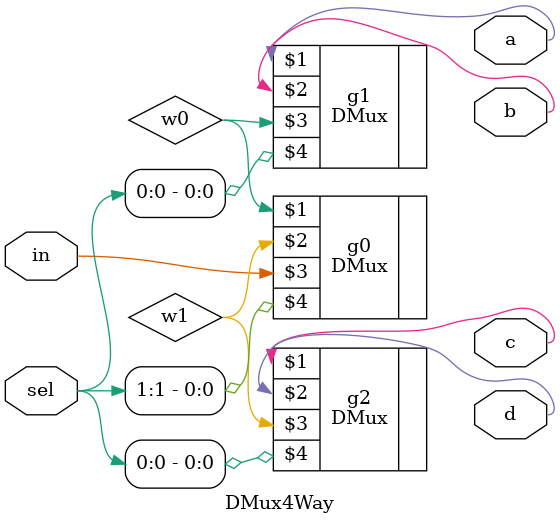
<source format=v>
module DMux4Way(a, b, c, d, in, sel);

    output a ,b ,c, d;
    input in;
    input[1:0] sel;
    wire w0, w1;

    DMux g0(w0, w1, in, sel[1]);
    DMux g1(a, b, w0, sel[0]);
    DMux g2(c, d, w1, sel[0]);

endmodule


</source>
